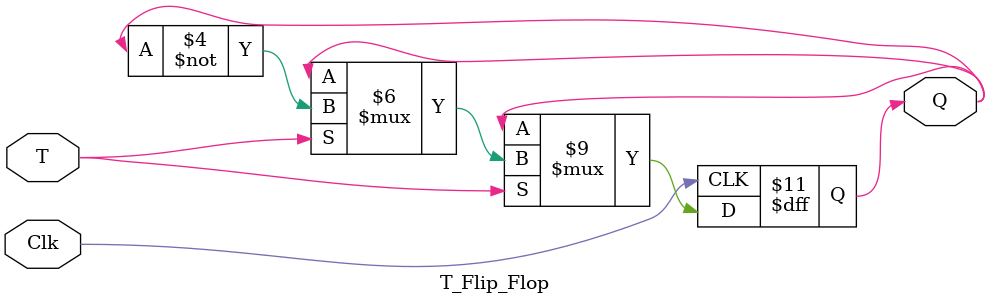
<source format=v>
module T_Flip_Flop(T, Clk, Q);
    
    input T, Clk;
    output reg Q;
    
    initial Q=0;
    
    always @ (posedge Clk) begin
        if (T==0) Q<=Q;
        else if (T==1) Q<=~Q;
    end
    
endmodule

</source>
